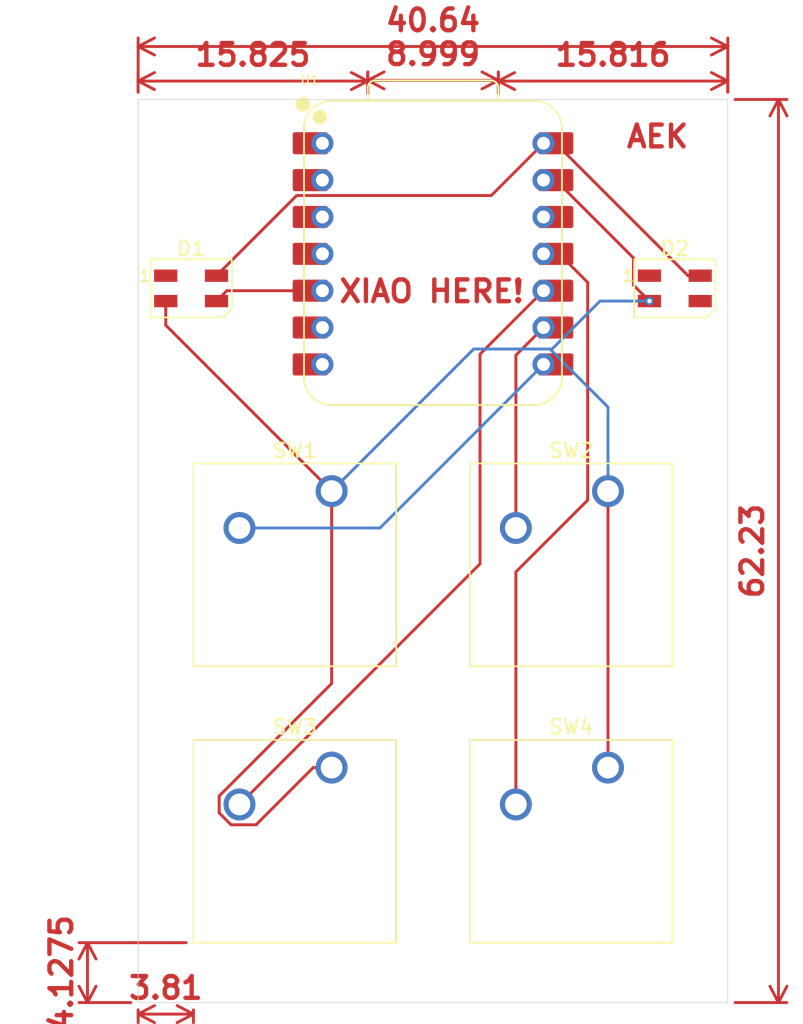
<source format=kicad_pcb>
(kicad_pcb (version 20241229) (generator "pcbnew") (generator_version "9.0")
  (layers (0 "F.Cu" signal) (2 "B.Cu" signal) (13 "F.Paste" user) (15 "B.Paste" user) (5 "F.SilkS" user "F.Silkscreen") (7 "B.SilkS" user "B.Silkscreen") (1 "F.Mask" user) (3 "B.Mask" user) (25 "Edge.Cuts" user))
  (net 0 "")
  (net 1 "+5V")
  (net 2 "Net-(D1-DIN)")
  (net 3 "GND")
  (net 7 "Net-(U1-GPIO1{slash}RX)")
  (net 8 "Net-(U1-GPIO2{slash}SCK)")
  (net 9 "Net-(U1-GPIO4{slash}MISO)")
  (net 10 "Net-(U1-GPIO3{slash}MOSI)")
  (footprint "Button_Switch_Keyboard:SW_Cherry_MX_1.00u_PCB" (layer "F.Cu") (at 126.365 113.9825)
    (property "Reference" "SW2" (at -2.54 -2.794 0) (layer "F.SilkS"))
    (property "Value" "SW_Push")
    (fp_line (start -9.525 -1.905) (end 4.445 -1.905) (stroke (width 0.12)) (layer "F.SilkS"))
    (fp_line (start -9.525 12.065) (end -9.525 -1.905) (stroke (width 0.12)) (layer "F.SilkS"))
    (fp_line (start 4.445 -1.905) (end 4.445 12.065) (stroke (width 0.12)) (layer "F.SilkS"))
    (fp_line (start 4.445 12.065) (end -9.525 12.065) (stroke (width 0.12)) (layer "F.SilkS"))
    (pad "" np_thru_hole circle (at -7.62 5.08) (size 1.7 1.7) (drill 1.7) (layers "*.Cu" "*.Mask"))
    (pad "" np_thru_hole circle (at -2.54 5.08) (size 4 4) (drill 4) (layers "*.Cu" "*.Mask"))
    (pad "" np_thru_hole circle (at 2.54 5.08) (size 1.7 1.7) (drill 1.7) (layers "*.Cu" "*.Mask"))
    (pad "1" thru_hole circle (at 0 0) (size 2.2 2.2) (drill 1.5) (layers "*.Cu" "*.Mask") (net 3 "GND"))
    (pad "2" thru_hole circle (at -6.35 2.54) (size 2.2 2.2) (drill 1.5) (layers "*.Cu" "*.Mask") (net 8 "Net-(U1-GPIO2{slash}SCK)"))
  )
  (footprint "opllib:XIAO-RP2040-DIP" (layer "F.Cu") (at 114.3 97.63125)
    (property "Reference" "U1" (at -8.5 -12 0) (layer "F.SilkS") (effects (font (size 0.635 0.635) (thickness 0.1016))))
    (property "Value" "XIAO-RP2040-DIP")
    (fp_line (start -8.89 8.509) (end -8.89 -8.636) (stroke (width 0.127)) (layer "F.SilkS"))
    (fp_line (start -6.985 10.414) (end 6.985 10.414) (stroke (width 0.127)) (layer "F.SilkS"))
    (fp_line (start -4.495 -10.541) (end -4.491272 -11.451272) (stroke (width 0.127)) (layer "F.SilkS"))
    (fp_line (start -3.991272 -11.951) (end 4.004 -11.951) (stroke (width 0.127)) (layer "F.SilkS"))
    (fp_line (start 4.504 -11.451) (end 4.504 -10.541) (stroke (width 0.127)) (layer "F.SilkS"))
    (fp_line (start 6.985 -10.541) (end -6.985 -10.541) (stroke (width 0.1)) (layer "F.SilkS"))
    (fp_line (start 6.985 -10.541) (end -6.985 -10.541) (stroke (width 0.127)) (layer "F.SilkS"))
    (fp_line (start 8.89 8.509) (end 8.89 -8.636) (stroke (width 0.127)) (layer "F.SilkS"))
    (fp_arc (start -8.89 -8.636) (mid -8.332038 -9.983038) (end -6.985 -10.541) (stroke (width 0.127)) (layer "F.SilkS"))
    (fp_arc (start -6.985 10.414) (mid -8.332038 9.856038) (end -8.89 8.509) (stroke (width 0.127)) (layer "F.SilkS"))
    (fp_arc (start -4.491272 -11.451272) (mid -4.344728 -11.80464) (end -3.991272 -11.951) (stroke (width 0.127)) (layer "F.SilkS"))
    (fp_arc (start 4.004 -11.951) (mid 4.357553 -11.804553) (end 4.504 -11.451) (stroke (width 0.127)) (layer "F.SilkS"))
    (fp_arc (start 6.985 -10.541) (mid 8.332038 -9.983038) (end 8.89 -8.636) (stroke (width 0.127)) (layer "F.SilkS"))
    (fp_arc (start 8.89 8.509) (mid 8.332038 9.856038) (end 6.985 10.414) (stroke (width 0.127)) (layer "F.SilkS"))
    (fp_circle (center -8.95 -10.3) (end -8.95 -10.554) (stroke (width 0.5)) (fill yes) (layer "F.SilkS"))
    (fp_circle (center -7.807 -9.42) (end -7.807 -9.674) (stroke (width 0.5)) (fill yes) (layer "F.SilkS"))
    (pad "1" smd roundrect (at -8.455 -7.62 180) (size 2.432 1.524) (layers "F.Cu" "F.Mask") (roundrect_rratio 0.1))
    (pad "1" thru_hole circle (at -7.62 -7.62 180) (size 1.524 1.524) (drill 0.889) (layers "*.Cu" "*.Mask"))
    (pad "2" smd roundrect (at -8.455 -5.08 180) (size 2.432 1.524) (layers "F.Cu" "F.Mask") (roundrect_rratio 0.1))
    (pad "2" thru_hole circle (at -7.62 -5.08 180) (size 1.524 1.524) (drill 0.889) (layers "*.Cu" "*.Mask"))
    (pad "3" smd roundrect (at -8.455 -2.54 180) (size 2.432 1.524) (layers "F.Cu" "F.Mask") (roundrect_rratio 0.1))
    (pad "3" thru_hole circle (at -7.62 -2.54 180) (size 1.524 1.524) (drill 0.889) (layers "*.Cu" "*.Mask"))
    (pad "4" smd roundrect (at -8.455 0 180) (size 2.432 1.524) (layers "F.Cu" "F.Mask") (roundrect_rratio 0.1))
    (pad "4" thru_hole circle (at -7.62 0 180) (size 1.524 1.524) (drill 0.889) (layers "*.Cu" "*.Mask"))
    (pad "5" smd roundrect (at -8.455 2.54 180) (size 2.432 1.524) (layers "F.Cu" "F.Mask") (roundrect_rratio 0.1) (net 2 "Net-(D1-DIN)"))
    (pad "5" thru_hole circle (at -7.62 2.54 180) (size 1.524 1.524) (drill 0.889) (layers "*.Cu" "*.Mask") (net 2 "Net-(D1-DIN)"))
    (pad "6" smd roundrect (at -8.455 5.08 180) (size 2.432 1.524) (layers "F.Cu" "F.Mask") (roundrect_rratio 0.1))
    (pad "6" thru_hole circle (at -7.62 5.08 180) (size 1.524 1.524) (drill 0.889) (layers "*.Cu" "*.Mask"))
    (pad "7" smd roundrect (at -8.455 7.62 180) (size 2.432 1.524) (layers "F.Cu" "F.Mask") (roundrect_rratio 0.1))
    (pad "7" thru_hole circle (at -7.62 7.62 180) (size 1.524 1.524) (drill 0.889) (layers "*.Cu" "*.Mask"))
    (pad "8" thru_hole circle (at 7.62 7.62) (size 1.524 1.524) (drill 0.889) (layers "*.Cu" "*.Mask") (net 7 "Net-(U1-GPIO1{slash}RX)"))
    (pad "8" smd roundrect (at 8.455 7.62) (size 2.432 1.524) (layers "F.Cu" "F.Mask") (roundrect_rratio 0.1) (net 7 "Net-(U1-GPIO1{slash}RX)"))
    (pad "9" thru_hole circle (at 7.62 5.08) (size 1.524 1.524) (drill 0.889) (layers "*.Cu" "*.Mask") (net 8 "Net-(U1-GPIO2{slash}SCK)"))
    (pad "9" smd roundrect (at 8.455 5.08) (size 2.432 1.524) (layers "F.Cu" "F.Mask") (roundrect_rratio 0.1) (net 8 "Net-(U1-GPIO2{slash}SCK)"))
    (pad "10" thru_hole circle (at 7.62 2.54) (size 1.524 1.524) (drill 0.889) (layers "*.Cu" "*.Mask") (net 9 "Net-(U1-GPIO4{slash}MISO)"))
    (pad "10" smd roundrect (at 8.455 2.54) (size 2.432 1.524) (layers "F.Cu" "F.Mask") (roundrect_rratio 0.1) (net 9 "Net-(U1-GPIO4{slash}MISO)"))
    (pad "11" thru_hole circle (at 7.62 0) (size 1.524 1.524) (drill 0.889) (layers "*.Cu" "*.Mask") (net 10 "Net-(U1-GPIO3{slash}MOSI)"))
    (pad "11" smd roundrect (at 8.455 0) (size 2.432 1.524) (layers "F.Cu" "F.Mask") (roundrect_rratio 0.1) (net 10 "Net-(U1-GPIO3{slash}MOSI)"))
    (pad "12" thru_hole circle (at 7.62 -2.54) (size 1.524 1.524) (drill 0.889) (layers "*.Cu" "*.Mask"))
    (pad "12" smd roundrect (at 8.455 -2.54) (size 2.432 1.524) (layers "F.Cu" "F.Mask") (roundrect_rratio 0.1))
    (pad "13" thru_hole circle (at 7.62 -5.08) (size 1.524 1.524) (drill 0.889) (layers "*.Cu" "*.Mask") (net 3 "GND"))
    (pad "13" smd roundrect (at 8.455 -5.08) (size 2.432 1.524) (layers "F.Cu" "F.Mask") (roundrect_rratio 0.1) (net 3 "GND"))
    (pad "14" thru_hole circle (at 7.62 -7.62) (size 1.524 1.524) (drill 0.889) (layers "*.Cu" "*.Mask") (net 1 "+5V"))
    (pad "14" smd roundrect (at 8.455 -7.62) (size 2.432 1.524) (layers "F.Cu" "F.Mask") (roundrect_rratio 0.1) (net 1 "+5V"))
  )
  (footprint "Button_Switch_Keyboard:SW_Cherry_MX_1.00u_PCB" (layer "F.Cu") (at 107.315 113.9825)
    (property "Reference" "SW1" (at -2.54 -2.794 0) (layer "F.SilkS"))
    (property "Value" "SW_Push")
    (fp_line (start -9.525 -1.905) (end 4.445 -1.905) (stroke (width 0.12)) (layer "F.SilkS"))
    (fp_line (start -9.525 12.065) (end -9.525 -1.905) (stroke (width 0.12)) (layer "F.SilkS"))
    (fp_line (start 4.445 -1.905) (end 4.445 12.065) (stroke (width 0.12)) (layer "F.SilkS"))
    (fp_line (start 4.445 12.065) (end -9.525 12.065) (stroke (width 0.12)) (layer "F.SilkS"))
    (pad "" np_thru_hole circle (at -7.62 5.08) (size 1.7 1.7) (drill 1.7) (layers "*.Cu" "*.Mask"))
    (pad "" np_thru_hole circle (at -2.54 5.08) (size 4 4) (drill 4) (layers "*.Cu" "*.Mask"))
    (pad "" np_thru_hole circle (at 2.54 5.08) (size 1.7 1.7) (drill 1.7) (layers "*.Cu" "*.Mask"))
    (pad "1" thru_hole circle (at 0 0) (size 2.2 2.2) (drill 1.5) (layers "*.Cu" "*.Mask") (net 3 "GND"))
    (pad "2" thru_hole circle (at -6.35 2.54) (size 2.2 2.2) (drill 1.5) (layers "*.Cu" "*.Mask") (net 7 "Net-(U1-GPIO1{slash}RX)"))
  )
  (footprint "Button_Switch_Keyboard:SW_Cherry_MX_1.00u_PCB" (layer "F.Cu") (at 126.365 133.0325)
    (property "Reference" "SW4" (at -2.54 -2.794 0) (layer "F.SilkS"))
    (property "Value" "SW_Push")
    (fp_line (start -9.525 -1.905) (end 4.445 -1.905) (stroke (width 0.12)) (layer "F.SilkS"))
    (fp_line (start -9.525 12.065) (end -9.525 -1.905) (stroke (width 0.12)) (layer "F.SilkS"))
    (fp_line (start 4.445 -1.905) (end 4.445 12.065) (stroke (width 0.12)) (layer "F.SilkS"))
    (fp_line (start 4.445 12.065) (end -9.525 12.065) (stroke (width 0.12)) (layer "F.SilkS"))
    (pad "" np_thru_hole circle (at -7.62 5.08) (size 1.7 1.7) (drill 1.7) (layers "*.Cu" "*.Mask"))
    (pad "" np_thru_hole circle (at -2.54 5.08) (size 4 4) (drill 4) (layers "*.Cu" "*.Mask"))
    (pad "" np_thru_hole circle (at 2.54 5.08) (size 1.7 1.7) (drill 1.7) (layers "*.Cu" "*.Mask"))
    (pad "1" thru_hole circle (at 0 0) (size 2.2 2.2) (drill 1.5) (layers "*.Cu" "*.Mask") (net 3 "GND"))
    (pad "2" thru_hole circle (at -6.35 2.54) (size 2.2 2.2) (drill 1.5) (layers "*.Cu" "*.Mask") (net 10 "Net-(U1-GPIO3{slash}MOSI)"))
  )
  (footprint "LED_SMD:LED_SK6812MINI_PLCC4_3.5x3.5mm_P1.75mm" (layer "F.Cu") (at 97.63125 100.0125)
    (property "Reference" "D1" (at 0 -2.75 0) (layer "F.SilkS"))
    (property "Value" "SK6812MINI")
    (fp_line (start -2.8 -2) (end -2.8 2) (stroke (width 0.12)) (layer "F.SilkS"))
    (fp_line (start -2.8 -2) (end 2.8 -2) (stroke (width 0.12)) (layer "F.SilkS"))
    (fp_line (start -2.8 2) (end 2.2 2) (stroke (width 0.12)) (layer "F.SilkS"))
    (fp_line (start 2.8 1.4) (end 2.2 2) (stroke (width 0.12)) (layer "F.SilkS"))
    (fp_line (start 2.8 1.4) (end 2.8 -2) (stroke (width 0.12)) (layer "F.SilkS"))
    (fp_text user "1" (at -3.2 -0.875 0) (layer "F.SilkS") (effects (font (size 0.8 0.8))))
    (pad "1" smd rect (at -1.75 -0.875) (size 1.6 0.85) (layers "F.Cu" "F.Mask" "F.Paste"))
    (pad "2" smd rect (at -1.75 0.875) (size 1.6 0.85) (layers "F.Cu" "F.Mask" "F.Paste") (net 3 "GND"))
    (pad "3" smd rect (at 1.75 0.875) (size 1.6 0.85) (layers "F.Cu" "F.Mask" "F.Paste") (net 2 "Net-(D1-DIN)"))
    (pad "4" smd rect (at 1.75 -0.875) (size 1.6 0.85) (layers "F.Cu" "F.Mask" "F.Paste") (net 1 "+5V"))
  )
  (footprint "LED_SMD:LED_SK6812MINI_PLCC4_3.5x3.5mm_P1.75mm" (layer "F.Cu") (at 130.96875 100.0125)
    (property "Reference" "D2" (at 0 -2.75 0) (layer "F.SilkS"))
    (property "Value" "SK6812MINI")
    (fp_line (start -2.8 -2) (end -2.8 2) (stroke (width 0.12)) (layer "F.SilkS"))
    (fp_line (start -2.8 -2) (end 2.8 -2) (stroke (width 0.12)) (layer "F.SilkS"))
    (fp_line (start -2.8 2) (end 2.2 2) (stroke (width 0.12)) (layer "F.SilkS"))
    (fp_line (start 2.8 1.4) (end 2.2 2) (stroke (width 0.12)) (layer "F.SilkS"))
    (fp_line (start 2.8 1.4) (end 2.8 -2) (stroke (width 0.12)) (layer "F.SilkS"))
    (fp_text user "1" (at -3.2 -0.875 0) (layer "F.SilkS") (effects (font (size 0.8 0.8))))
    (pad "1" smd rect (at -1.75 -0.875) (size 1.6 0.85) (layers "F.Cu" "F.Mask" "F.Paste"))
    (pad "2" smd rect (at -1.75 0.875) (size 1.6 0.85) (layers "F.Cu" "F.Mask" "F.Paste") (net 3 "GND"))
    (pad "3" smd rect (at 1.75 0.875) (size 1.6 0.85) (layers "F.Cu" "F.Mask" "F.Paste"))
    (pad "4" smd rect (at 1.75 -0.875) (size 1.6 0.85) (layers "F.Cu" "F.Mask" "F.Paste") (net 1 "+5V"))
  )
  (footprint "Button_Switch_Keyboard:SW_Cherry_MX_1.00u_PCB" (layer "F.Cu") (at 107.315 133.0325)
    (property "Reference" "SW3" (at -2.54 -2.794 0) (layer "F.SilkS"))
    (property "Value" "SW_Push")
    (fp_line (start -9.525 -1.905) (end 4.445 -1.905) (stroke (width 0.12)) (layer "F.SilkS"))
    (fp_line (start -9.525 12.065) (end -9.525 -1.905) (stroke (width 0.12)) (layer "F.SilkS"))
    (fp_line (start 4.445 -1.905) (end 4.445 12.065) (stroke (width 0.12)) (layer "F.SilkS"))
    (fp_line (start 4.445 12.065) (end -9.525 12.065) (stroke (width 0.12)) (layer "F.SilkS"))
    (pad "" np_thru_hole circle (at -7.62 5.08) (size 1.7 1.7) (drill 1.7) (layers "*.Cu" "*.Mask"))
    (pad "" np_thru_hole circle (at -2.54 5.08) (size 4 4) (drill 4) (layers "*.Cu" "*.Mask"))
    (pad "" np_thru_hole circle (at 2.54 5.08) (size 1.7 1.7) (drill 1.7) (layers "*.Cu" "*.Mask"))
    (pad "1" thru_hole circle (at 0 0) (size 2.2 2.2) (drill 1.5) (layers "*.Cu" "*.Mask") (net 3 "GND"))
    (pad "2" thru_hole circle (at -6.35 2.54) (size 2.2 2.2) (drill 1.5) (layers "*.Cu" "*.Mask") (net 9 "Net-(U1-GPIO4{slash}MISO)"))
  )
  (gr_rect (start 93.98 86.995) (end 134.62 149.225) (stroke (width 0.05)) (fill no) (layer "Edge.Cuts"))
  (gr_text "XIAO HERE!" (at 107.696 101.092 0) (layer "F.Cu") (effects (font (size 1.5 1.5) (thickness 0.3) (bold yes)) (justify left bottom)))
  (gr_text "AEK" (at 127.508 90.424 0) (layer "F.Cu") (effects (font (size 1.5 1.5) (thickness 0.3) (bold yes)) (justify left bottom)))
  (dimension (type orthogonal) (layer "F.Cu") (pts (xy 134.62 149.225) (xy 134.62 86.995)) (height 3.4925) (orientation 1) (format (prefix "") (suffix "") (units 3) (units_format 0) (precision 4) (suppress_zeroes yes)) (style (thickness 0.2) (arrow_length 1.27) (text_position_mode 0) (arrow_direction outward) (extension_height 0.58642) (extension_offset 0.5) (keep_text_aligned yes)) (gr_text "62.23" (at 136.3125 118.11 90) (layer "F.Cu") (effects (font (size 1.5 1.5) (thickness 0.3)))))
  (dimension (type orthogonal) (layer "F.Cu") (pts (xy 93.98 149.225) (xy 97.79 149.225)) (height 0.79375) (orientation 0) (format (prefix "") (suffix "") (units 3) (units_format 0) (precision 4) (suppress_zeroes yes)) (style (thickness 0.2) (arrow_length 1.27) (text_position_mode 0) (arrow_direction outward) (extension_height 0.58642) (extension_offset 0.5) (keep_text_aligned yes)) (gr_text "3.81" (at 95.885 148.21875 0) (layer "F.Cu") (effects (font (size 1.5 1.5) (thickness 0.3)))))
  (dimension (type orthogonal) (layer "F.Cu") (pts (xy 97.79 145.0975) (xy 93.98 149.225)) (height -7.3025) (orientation 1) (format (prefix "") (suffix "") (units 3) (units_format 0) (precision 4) (suppress_zeroes yes)) (style (thickness 0.2) (arrow_length 1.27) (text_position_mode 0) (arrow_direction outward) (extension_height 0.58642) (extension_offset 0.5) (keep_text_aligned yes)) (gr_text "4.1275" (at 88.6875 147.16125 90) (layer "F.Cu") (effects (font (size 1.5 1.5) (thickness 0.3)))))
  (dimension (type orthogonal) (layer "F.Cu") (pts (xy 118.804 86.63525) (xy 134.62 86.995)) (height -0.91025) (orientation 0) (format (prefix "") (suffix "") (units 3) (units_format 0) (precision 4) (suppress_zeroes yes)) (style (thickness 0.2) (arrow_length 1.27) (text_position_mode 0) (arrow_direction outward) (extension_height 0.58642) (extension_offset 0.5) (keep_text_aligned yes)) (gr_text "15.816" (at 126.712 83.925 0) (layer "F.Cu") (effects (font (size 1.5 1.5) (thickness 0.3)))))
  (dimension (type orthogonal) (layer "F.Cu") (pts (xy 109.805 87.09025) (xy 118.804 87.09025)) (height -1.41) (orientation 0) (format (prefix "") (suffix "") (units 3) (units_format 0) (precision 4) (suppress_zeroes yes)) (style (thickness 0.2) (arrow_length 1.27) (text_position_mode 0) (arrow_direction outward) (extension_height 0.58642) (extension_offset 0.5) (keep_text_aligned yes)) (gr_text "8.999" (at 114.3045 83.88025 0) (layer "F.Cu") (effects (font (size 1.5 1.5) (thickness 0.3)))))
  (dimension (type orthogonal) (layer "F.Cu") (pts (xy 93.98 86.995) (xy 109.805 87.09025)) (height -1.27) (orientation 0) (format (prefix "") (suffix "") (units 3) (units_format 0) (precision 4) (suppress_zeroes yes)) (style (thickness 0.2) (arrow_length 1.27) (text_position_mode 0) (arrow_direction outward) (extension_height 0.58642) (extension_offset 0.5) (keep_text_aligned yes)) (gr_text "15.825" (at 101.8925 83.925 0) (layer "F.Cu") (effects (font (size 1.5 1.5) (thickness 0.3)))))
  (dimension (type orthogonal) (layer "F.Cu") (pts (xy 93.98 86.995) (xy 134.62 86.995)) (height -3.65125) (orientation 0) (format (prefix "") (suffix "") (units 3) (units_format 0) (precision 4) (suppress_zeroes yes)) (style (thickness 0.2) (arrow_length 1.27) (text_position_mode 0) (arrow_direction outward) (extension_height 0.58642) (extension_offset 0.5) (keep_text_aligned yes)) (gr_text "40.64" (at 114.3 81.54375 0) (layer "F.Cu") (effects (font (size 1.5 1.5) (thickness 0.3)))))
  (segment (start 122.755 90.01125) (end 131.88125 99.1375) (width 0.2) (layer "F.Cu") (net 1))
  (segment (start 131.88125 99.1375) (end 132.71875 99.1375) (width 0.2) (layer "F.Cu") (net 1))
  (segment (start 104.9045 93.61425) (end 99.38125 99.1375) (width 0.2) (layer "F.Cu") (net 1))
  (segment (start 121.92 90.01125) (end 118.317 93.61425) (width 0.2) (layer "F.Cu") (net 1))
  (segment (start 118.317 93.61425) (end 104.9045 93.61425) (width 0.2) (layer "F.Cu") (net 1))
  (segment (start 105.845 100.17125) (end 100.0975 100.17125) (width 0.2) (layer "F.Cu") (net 2))
  (segment (start 100.0975 100.17125) (end 99.38125 100.8875) (width 0.2) (layer "F.Cu") (net 2))
  (segment (start 100.384686 136.9735) (end 102.104 136.9735) (width 0.2) (layer "F.Cu") (net 3))
  (segment (start 106.045 133.0325) (end 107.315 133.0325) (width 0.2) (layer "F.Cu") (net 3))
  (segment (start 102.104 136.9735) (end 106.045 133.0325) (width 0.2) (layer "F.Cu") (net 3))
  (segment (start 99.564 134.992186) (end 99.564 136.152814) (width 0.2) (layer "F.Cu") (net 3))
  (segment (start 99.564 136.152814) (end 100.384686 136.9735) (width 0.2) (layer "F.Cu") (net 3))
  (segment (start 95.88125 102.54875) (end 107.315 113.9825) (width 0.2) (layer "F.Cu") (net 3))
  (segment (start 126.365 113.9825) (end 126.365 133.0325) (width 0.2) (layer "F.Cu") (net 3))
  (segment (start 128.11775 99.7865) (end 129.21875 100.8875) (width 0.2) (layer "F.Cu") (net 3))
  (segment (start 107.315 113.9825) (end 107.315 127.241186) (width 0.2) (layer "F.Cu") (net 3))
  (segment (start 95.88125 100.8875) (end 95.88125 102.54875) (width 0.2) (layer "F.Cu") (net 3))
  (segment (start 128.11775 97.914) (end 128.11775 99.7865) (width 0.2) (layer "F.Cu") (net 3))
  (segment (start 122.755 92.55125) (end 128.11775 97.914) (width 0.2) (layer "F.Cu") (net 3))
  (segment (start 107.315 127.241186) (end 99.564 134.992186) (width 0.2) (layer "F.Cu") (net 3))
  (via (at 129.21875 100.8875) (size 0.6) (drill 0.3) (layers "F.Cu" "B.Cu") (net 3))
  (segment (start 122.36031 104.18825) (end 126.365 108.19294) (width 0.2) (layer "B.Cu") (net 3))
  (segment (start 117.10925 104.18825) (end 122.36031 104.18825) (width 0.2) (layer "B.Cu") (net 3))
  (segment (start 107.315 113.9825) (end 117.10925 104.18825) (width 0.2) (layer "B.Cu") (net 3))
  (segment (start 122.36031 104.18825) (end 122.51175 104.18825) (width 0.2) (layer "B.Cu") (net 3))
  (segment (start 126.365 108.19294) (end 126.365 113.9825) (width 0.2) (layer "B.Cu") (net 3))
  (segment (start 122.51175 104.18825) (end 125.8125 100.8875) (width 0.2) (layer "B.Cu") (net 3))
  (segment (start 125.8125 100.8875) (end 129.21875 100.8875) (width 0.2) (layer "B.Cu") (net 3))
  (segment (start 121.92 105.25125) (end 110.64875 116.5225) (width 0.2) (layer "B.Cu") (net 7))
  (segment (start 110.64875 116.5225) (end 100.965 116.5225) (width 0.2) (layer "B.Cu") (net 7))
  (segment (start 121.92 102.71125) (end 120.015 104.61625) (width 0.2) (layer "F.Cu") (net 8))
  (segment (start 120.015 104.61625) (end 120.015 116.5225) (width 0.2) (layer "F.Cu") (net 8))
  (segment (start 117.544 104.54725) (end 117.544 118.9935) (width 0.2) (layer "F.Cu") (net 9))
  (segment (start 117.544 118.9935) (end 100.965 135.5725) (width 0.2) (layer "F.Cu") (net 9))
  (segment (start 121.92 100.17125) (end 117.544 104.54725) (width 0.2) (layer "F.Cu") (net 9))
  (segment (start 121.92 97.63125) (end 122.99763 97.63125) (width 0.2) (layer "F.Cu") (net 10))
  (segment (start 120.015 119.547684) (end 120.015 135.5725) (width 0.2) (layer "F.Cu") (net 10))
  (segment (start 124.964 114.598684) (end 120.015 119.547684) (width 0.2) (layer "F.Cu") (net 10))
  (segment (start 122.99763 97.63125) (end 124.964 99.59762) (width 0.2) (layer "F.Cu") (net 10))
  (segment (start 124.964 99.59762) (end 124.964 114.598684) (width 0.2) (layer "F.Cu") (net 10))
)
</source>
